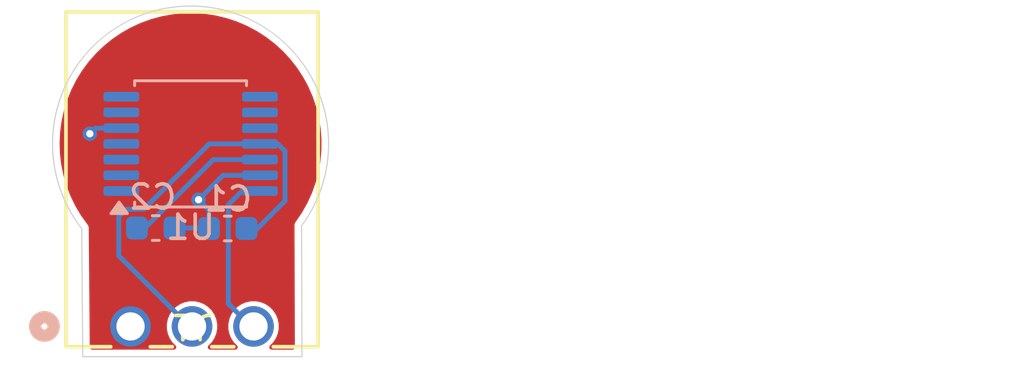
<source format=kicad_pcb>
(kicad_pcb (version 20241229) (generator "pcbnew") (generator_version "9.0")
  (layers (0 "F.Cu" signal) (2 "B.Cu" signal) (13 "F.Paste" user) (15 "B.Paste" user) (5 "F.SilkS" user "F.Silkscreen") (7 "B.SilkS" user "B.Silkscreen") (1 "F.Mask" user) (3 "B.Mask" user) (25 "Edge.Cuts" user))
  (net 0 "")
  (net 1 "+5V")
  (net 2 "GND")
  (net 6 "PWM")
  (net 9 "Net-(U1-VDD3V)")
  (footprint "molexsl:CONN_70553-xxxx_03_MOL" (layer "F.Cu") (at 126.52 99.55 180)
    (property "Reference" "J1" (at -2.54 0 180) (layer "F.SilkS"))
    (property "Value" "Conn_01x03_Pin")
    (fp_line (start 2.667 13.0048) (end 2.667 -0.8382) (stroke (width 0.1524)) (layer "F.SilkS"))
    (fp_line (start 2.667 -0.8382) (end 0.817631 -0.8382) (stroke (width 0.1524)) (layer "F.SilkS"))
    (fp_line (start -0.817631 -0.8382) (end -1.722369 -0.8382) (stroke (width 0.1524)) (layer "F.SilkS"))
    (fp_line (start -3.357631 -0.8382) (end -4.262369 -0.8382) (stroke (width 0.1524)) (layer "F.SilkS"))
    (fp_line (start -5.897631 -0.8382) (end -7.747 -0.8382) (stroke (width 0.1524)) (layer "F.SilkS"))
    (fp_line (start -7.747 13.0048) (end 2.667 13.0048) (stroke (width 0.1524)) (layer "F.SilkS"))
    (fp_line (start -7.747 -0.8382) (end -7.747 13.0048) (stroke (width 0.1524)) (layer "F.SilkS"))
    (fp_circle (center 3.556 0) (end 3.937 0) (stroke (width 0.508)) (fill no) (layer "F.SilkS"))
    (fp_circle (center 3.556 0) (end 3.937 0) (stroke (width 0.508)) (fill no) (layer "B.SilkS"))
    (pad "1" thru_hole circle (at 0 0 180) (size 1.6764 1.6764) (drill 1.1684) (layers "*.Cu" "*.Mask") (net 2 "GND"))
    (pad "2" thru_hole circle (at -2.54 0 180) (size 1.6764 1.6764) (drill 1.1684) (layers "*.Cu" "*.Mask") (net 1 "+5V"))
    (pad "3" thru_hole circle (at -5.08 0 180) (size 1.6764 1.6764) (drill 1.1684) (layers "*.Cu" "*.Mask") (net 6 "PWM"))
  )
  (footprint "Capacitor_SMD:C_0603_1608Metric" (layer "B.Cu") (at 130.535 95.5 180)
    (property "Reference" "C2" (at 3.1 1.3 0) (layer "B.SilkS") (effects (justify mirror)))
    (property "Value" "100nF")
    (fp_line (start -0.14058 0.51) (end 0.14058 0.51) (stroke (width 0.12)) (layer "B.SilkS"))
    (fp_line (start -0.14058 -0.51) (end 0.14058 -0.51) (stroke (width 0.12)) (layer "B.SilkS"))
    (pad "1" smd roundrect (at -0.775 0 180) (size 0.9 0.95) (layers "B.Cu" "B.Mask" "B.Paste") (net 1 "+5V"))
    (pad "2" smd roundrect (at 0.775 0 180) (size 0.9 0.95) (layers "B.Cu" "B.Mask" "B.Paste") (net 2 "GND"))
  )
  (footprint "Package_SO:TSSOP-14_4.4x5mm_P0.65mm" (layer "B.Cu") (at 129 92)
    (property "Reference" "U1" (at 0 3.45 0) (layer "B.SilkS") (effects (justify mirror)))
    (property "Value" "AS5048A")
    (fp_line (start -2.31 -2.61) (end -2.31 -2.41) (stroke (width 0.12)) (layer "B.SilkS"))
    (fp_line (start -2.31 2.41) (end -2.31 2.61) (stroke (width 0.12)) (layer "B.SilkS"))
    (fp_line (start -2.31 2.61) (end 2.31 2.61) (stroke (width 0.12)) (layer "B.SilkS"))
    (fp_line (start 2.31 -2.61) (end -2.31 -2.61) (stroke (width 0.12)) (layer "B.SilkS"))
    (fp_line (start 2.31 -2.41) (end 2.31 -2.61) (stroke (width 0.12)) (layer "B.SilkS"))
    (fp_line (start 2.31 2.61) (end 2.31 2.41) (stroke (width 0.12)) (layer "B.SilkS"))
    (fp_poly (pts (xy -2.95 2.41) (xy -3.29 2.88) (xy -2.61 2.88)) (stroke (width 0.12)) (fill yes) (layer "B.SilkS"))
    (pad "1" smd roundrect (at -2.8625 1.95) (size 1.475 0.4) (layers "B.Cu" "B.Mask" "B.Paste"))
    (pad "2" smd roundrect (at -2.8625 1.3) (size 1.475 0.4) (layers "B.Cu" "B.Mask" "B.Paste"))
    (pad "3" smd roundrect (at -2.8625 0.65) (size 1.475 0.4) (layers "B.Cu" "B.Mask" "B.Paste"))
    (pad "4" smd roundrect (at -2.8625 0) (size 1.475 0.4) (layers "B.Cu" "B.Mask" "B.Paste"))
    (pad "5" smd roundrect (at -2.8625 -0.65) (size 1.475 0.4) (layers "B.Cu" "B.Mask" "B.Paste") (net 2 "GND"))
    (pad "6" smd roundrect (at -2.8625 -1.3) (size 1.475 0.4) (layers "B.Cu" "B.Mask" "B.Paste"))
    (pad "7" smd roundrect (at -2.8625 -1.95) (size 1.475 0.4) (layers "B.Cu" "B.Mask" "B.Paste"))
    (pad "8" smd roundrect (at 2.8625 -1.95) (size 1.475 0.4) (layers "B.Cu" "B.Mask" "B.Paste"))
    (pad "9" smd roundrect (at 2.8625 -1.3) (size 1.475 0.4) (layers "B.Cu" "B.Mask" "B.Paste"))
    (pad "10" smd roundrect (at 2.8625 -0.65) (size 1.475 0.4) (layers "B.Cu" "B.Mask" "B.Paste"))
    (pad "11" smd roundrect (at 2.8625 0) (size 1.475 0.4) (layers "B.Cu" "B.Mask" "B.Paste") (net 1 "+5V"))
    (pad "12" smd roundrect (at 2.8625 0.65) (size 1.475 0.4) (layers "B.Cu" "B.Mask" "B.Paste") (net 9 "Net-(U1-VDD3V)"))
    (pad "13" smd roundrect (at 2.8625 1.3) (size 1.475 0.4) (layers "B.Cu" "B.Mask" "B.Paste") (net 2 "GND"))
    (pad "14" smd roundrect (at 2.8625 1.95) (size 1.475 0.4) (layers "B.Cu" "B.Mask" "B.Paste") (net 6 "PWM"))
  )
  (footprint "Capacitor_SMD:C_0603_1608Metric" (layer "B.Cu") (at 127.56 95.48 180)
    (property "Reference" "C1" (at -3 1.2 0) (layer "B.SilkS") (effects (justify mirror)))
    (property "Value" "10uF")
    (fp_line (start -0.14058 0.51) (end 0.14058 0.51) (stroke (width 0.12)) (layer "B.SilkS"))
    (fp_line (start -0.14058 -0.51) (end 0.14058 -0.51) (stroke (width 0.12)) (layer "B.SilkS"))
    (pad "1" smd roundrect (at -0.775 0 180) (size 0.9 0.95) (layers "B.Cu" "B.Mask" "B.Paste") (net 2 "GND"))
    (pad "2" smd roundrect (at 0.775 0 180) (size 0.9 0.95) (layers "B.Cu" "B.Mask" "B.Paste") (net 9 "Net-(U1-VDD3V)"))
  )
  (gr_line (start 133.6 100.8) (end 124.55 100.80005) (stroke (width 0.05)) (layer "Edge.Cuts"))
  (gr_arc (start 124.503805 95.503988) (mid 128.928171 86.300128) (end 133.583067 95.389573) (stroke (width 0.05)) (layer "Edge.Cuts"))
  (gr_line (start 133.6 100.8) (end 133.583067 95.38957) (stroke (width 0.05)) (layer "Edge.Cuts"))
  (gr_line (start 124.548634 100.80005) (end 124.503807 95.503988) (stroke (width 0.05)) (layer "Edge.Cuts"))
  (segment (start 132.901 92.301001) (end 132.599999 92) (width 0.2) (layer "B.Cu") (net 1))
  (segment (start 131.31 95.5) (end 131.76 95.5) (width 0.2) (layer "B.Cu") (net 1))
  (segment (start 129.77 92) (end 127.066 94.704) (width 0.2) (layer "B.Cu") (net 1))
  (segment (start 131.8625 92) (end 129.77 92) (width 0.2) (layer "B.Cu") (net 1))
  (segment (start 126.034 96.624) (end 128.96 99.55) (width 0.2) (layer "B.Cu") (net 1))
  (segment (start 132.901 94.359) (end 132.901 92.301001) (width 0.2) (layer "B.Cu") (net 1))
  (segment (start 132.599999 92) (end 131.8625 92) (width 0.2) (layer "B.Cu") (net 1))
  (segment (start 126.33589 94.704) (end 126.034 95.00589) (width 0.2) (layer "B.Cu") (net 1))
  (segment (start 126.034 95.00589) (end 126.034 96.624) (width 0.2) (layer "B.Cu") (net 1))
  (segment (start 131.76 95.5) (end 132.901 94.359) (width 0.2) (layer "B.Cu") (net 1))
  (segment (start 127.066 94.704) (end 126.33589 94.704) (width 0.2) (layer "B.Cu") (net 1))
  (via (at 129.33 94.31) (size 0.6) (drill 0.3) (layers "F.Cu" "B.Cu") (net 2))
  (via (at 124.84 91.58) (size 0.6) (drill 0.3) (layers "F.Cu" "B.Cu") (net 2))
  (segment (start 129.76 94.74) (end 129.33 94.31) (width 0.2) (layer "B.Cu") (net 2))
  (segment (start 125.07 91.35) (end 124.84 91.58) (width 0.2) (layer "B.Cu") (net 2))
  (segment (start 128.335 95.48) (end 129.74 95.48) (width 0.2) (layer "B.Cu") (net 2))
  (segment (start 130.34 93.3) (end 131.8625 93.3) (width 0.2) (layer "B.Cu") (net 2))
  (segment (start 129.76 95.5) (end 129.76 94.74) (width 0.2) (layer "B.Cu") (net 2))
  (segment (start 129.74 95.48) (end 129.76 95.5) (width 0.2) (layer "B.Cu") (net 2))
  (segment (start 129.33 94.31) (end 130.34 93.3) (width 0.2) (layer "B.Cu") (net 2))
  (segment (start 126.1375 91.35) (end 125.07 91.35) (width 0.2) (layer "B.Cu") (net 2))
  (segment (start 130.559 94.516001) (end 130.559 98.609) (width 0.2) (layer "B.Cu") (net 6))
  (segment (start 131.8625 93.95) (end 131.125001 93.95) (width 0.2) (layer "B.Cu") (net 6))
  (segment (start 130.559 98.609) (end 131.5 99.55) (width 0.2) (layer "B.Cu") (net 6))
  (segment (start 131.125001 93.95) (end 130.559 94.516001) (width 0.2) (layer "B.Cu") (net 6))
  (segment (start 127.10989 95.48) (end 129.93989 92.65) (width 0.2) (layer "B.Cu") (net 9))
  (segment (start 129.93989 92.65) (end 131.8625 92.65) (width 0.2) (layer "B.Cu") (net 9))
  (segment (start 126.785 95.48) (end 127.10989 95.48) (width 0.2) (layer "B.Cu") (net 9))
  (zone (net 2) (net_name "GND") (layer "F.Cu") (connect_pads yes (clearance 0.2)) (min_thickness 0.2) (fill yes (thermal_gap 0.5) (thermal_bridge_width 0.5))
    (polygon (pts (xy 134.76 95.13) (xy 135 101.33) (xy 123.97 101.25) (xy 121.23 96.79) (xy 121.43 92.34) (xy 123.57 89.45) (xy 126.97 86.05) (xy 130.37 86.05) (xy 136.12 87.1) (xy 137.59 90.61)))
  )
)
</source>
